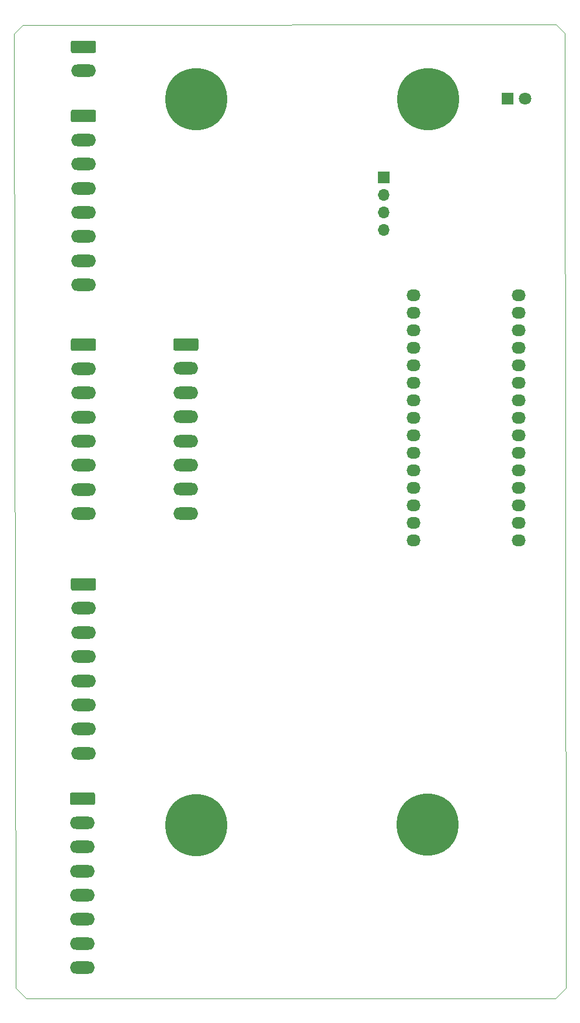
<source format=gbr>
G04 #@! TF.GenerationSoftware,KiCad,Pcbnew,(6.0.0-rc1-dev-347-gd8782b751)*
G04 #@! TF.CreationDate,2019-11-16T23:30:42+01:00*
G04 #@! TF.ProjectId,nano,6E616E6F2E6B696361645F7063620000,rev?*
G04 #@! TF.SameCoordinates,Original*
G04 #@! TF.FileFunction,Soldermask,Top*
G04 #@! TF.FilePolarity,Negative*
%FSLAX46Y46*%
G04 Gerber Fmt 4.6, Leading zero omitted, Abs format (unit mm)*
G04 Created by KiCad (PCBNEW (6.0.0-rc1-dev-347-gd8782b751)) date 11/16/19 23:30:42*
%MOMM*%
%LPD*%
G01*
G04 APERTURE LIST*
%ADD10C,0.100000*%
%ADD11C,1.800000*%
%ADD12R,1.800000X1.800000*%
%ADD13O,1.700000X1.700000*%
%ADD14R,1.700000X1.700000*%
%ADD15O,3.600000X1.800000*%
%ADD16C,9.000000*%
%ADD17O,2.032000X1.727200*%
G04 APERTURE END LIST*
D10*
X-34417000Y-79248000D02*
X-35941000Y-77724000D01*
X-34925000Y61976000D02*
X-36195000Y60706000D01*
X43815000Y-77724000D02*
X42291000Y-79248000D01*
X43624500Y60769500D02*
X42354500Y62039500D01*
X-6982115Y-54041384D02*
G75*
G03X-6982115Y-54041384I-2796885J0D01*
G01*
X26479500Y-54038500D02*
G75*
G03X26479500Y-54038500I-2794000J0D01*
G01*
X-7036978Y51105979D02*
G75*
G03X-7036978Y51105979I-2805522J0D01*
G01*
X26301668Y51104832D02*
G75*
G03X26301668Y51104832I-2552668J0D01*
G01*
X-35941000Y-77724000D02*
X-36195000Y60706000D01*
X42291000Y-79248000D02*
X-34417000Y-79248000D01*
X43624500Y60769500D02*
X43815000Y-77724000D01*
X-34925000Y61976000D02*
X42354500Y62039500D01*
D11*
G04 #@! TO.C,D1*
X37846000Y51308000D03*
D12*
X35306000Y51308000D03*
G04 #@! TD*
D13*
G04 #@! TO.C,Serial_conn1*
X17399000Y32258000D03*
X17399000Y34798000D03*
X17399000Y37338000D03*
D14*
X17399000Y39878000D03*
G04 #@! TD*
D15*
G04 #@! TO.C,SIGNAL_SOCKET1*
X-26289000Y-74792000D03*
X-26289000Y-71292000D03*
X-26289000Y-67792000D03*
X-26289000Y-64292000D03*
X-26289000Y-60792000D03*
X-26289000Y-57292000D03*
X-26289000Y-53792000D03*
D10*
G36*
X-24714496Y-49393204D02*
X-24690227Y-49396804D01*
X-24666429Y-49402765D01*
X-24643329Y-49411030D01*
X-24621151Y-49421520D01*
X-24600107Y-49434133D01*
X-24580402Y-49448747D01*
X-24562223Y-49465223D01*
X-24545747Y-49483402D01*
X-24531133Y-49503107D01*
X-24518520Y-49524151D01*
X-24508030Y-49546329D01*
X-24499765Y-49569429D01*
X-24493804Y-49593227D01*
X-24490204Y-49617496D01*
X-24489000Y-49642000D01*
X-24489000Y-50942000D01*
X-24490204Y-50966504D01*
X-24493804Y-50990773D01*
X-24499765Y-51014571D01*
X-24508030Y-51037671D01*
X-24518520Y-51059849D01*
X-24531133Y-51080893D01*
X-24545747Y-51100598D01*
X-24562223Y-51118777D01*
X-24580402Y-51135253D01*
X-24600107Y-51149867D01*
X-24621151Y-51162480D01*
X-24643329Y-51172970D01*
X-24666429Y-51181235D01*
X-24690227Y-51187196D01*
X-24714496Y-51190796D01*
X-24739000Y-51192000D01*
X-27839000Y-51192000D01*
X-27863504Y-51190796D01*
X-27887773Y-51187196D01*
X-27911571Y-51181235D01*
X-27934671Y-51172970D01*
X-27956849Y-51162480D01*
X-27977893Y-51149867D01*
X-27997598Y-51135253D01*
X-28015777Y-51118777D01*
X-28032253Y-51100598D01*
X-28046867Y-51080893D01*
X-28059480Y-51059849D01*
X-28069970Y-51037671D01*
X-28078235Y-51014571D01*
X-28084196Y-50990773D01*
X-28087796Y-50966504D01*
X-28089000Y-50942000D01*
X-28089000Y-49642000D01*
X-28087796Y-49617496D01*
X-28084196Y-49593227D01*
X-28078235Y-49569429D01*
X-28069970Y-49546329D01*
X-28059480Y-49524151D01*
X-28046867Y-49503107D01*
X-28032253Y-49483402D01*
X-28015777Y-49465223D01*
X-27997598Y-49448747D01*
X-27977893Y-49434133D01*
X-27956849Y-49421520D01*
X-27934671Y-49411030D01*
X-27911571Y-49402765D01*
X-27887773Y-49396804D01*
X-27863504Y-49393204D01*
X-27839000Y-49392000D01*
X-24739000Y-49392000D01*
X-24714496Y-49393204D01*
X-24714496Y-49393204D01*
G37*
D11*
X-26289000Y-50292000D03*
G04 #@! TD*
D15*
G04 #@! TO.C,Z_PLUG_SOCKET1*
X-26162000Y-43677000D03*
X-26162000Y-40177000D03*
X-26162000Y-36677000D03*
X-26162000Y-33177000D03*
X-26162000Y-29677000D03*
X-26162000Y-26177000D03*
X-26162000Y-22677000D03*
D10*
G36*
X-24587496Y-18278204D02*
X-24563227Y-18281804D01*
X-24539429Y-18287765D01*
X-24516329Y-18296030D01*
X-24494151Y-18306520D01*
X-24473107Y-18319133D01*
X-24453402Y-18333747D01*
X-24435223Y-18350223D01*
X-24418747Y-18368402D01*
X-24404133Y-18388107D01*
X-24391520Y-18409151D01*
X-24381030Y-18431329D01*
X-24372765Y-18454429D01*
X-24366804Y-18478227D01*
X-24363204Y-18502496D01*
X-24362000Y-18527000D01*
X-24362000Y-19827000D01*
X-24363204Y-19851504D01*
X-24366804Y-19875773D01*
X-24372765Y-19899571D01*
X-24381030Y-19922671D01*
X-24391520Y-19944849D01*
X-24404133Y-19965893D01*
X-24418747Y-19985598D01*
X-24435223Y-20003777D01*
X-24453402Y-20020253D01*
X-24473107Y-20034867D01*
X-24494151Y-20047480D01*
X-24516329Y-20057970D01*
X-24539429Y-20066235D01*
X-24563227Y-20072196D01*
X-24587496Y-20075796D01*
X-24612000Y-20077000D01*
X-27712000Y-20077000D01*
X-27736504Y-20075796D01*
X-27760773Y-20072196D01*
X-27784571Y-20066235D01*
X-27807671Y-20057970D01*
X-27829849Y-20047480D01*
X-27850893Y-20034867D01*
X-27870598Y-20020253D01*
X-27888777Y-20003777D01*
X-27905253Y-19985598D01*
X-27919867Y-19965893D01*
X-27932480Y-19944849D01*
X-27942970Y-19922671D01*
X-27951235Y-19899571D01*
X-27957196Y-19875773D01*
X-27960796Y-19851504D01*
X-27962000Y-19827000D01*
X-27962000Y-18527000D01*
X-27960796Y-18502496D01*
X-27957196Y-18478227D01*
X-27951235Y-18454429D01*
X-27942970Y-18431329D01*
X-27932480Y-18409151D01*
X-27919867Y-18388107D01*
X-27905253Y-18368402D01*
X-27888777Y-18350223D01*
X-27870598Y-18333747D01*
X-27850893Y-18319133D01*
X-27829849Y-18306520D01*
X-27807671Y-18296030D01*
X-27784571Y-18287765D01*
X-27760773Y-18281804D01*
X-27736504Y-18278204D01*
X-27712000Y-18277000D01*
X-24612000Y-18277000D01*
X-24587496Y-18278204D01*
X-24587496Y-18278204D01*
G37*
D11*
X-26162000Y-19177000D03*
G04 #@! TD*
D15*
G04 #@! TO.C,PWR_IN1*
X-26162000Y55301000D03*
D10*
G36*
X-24587496Y59699796D02*
X-24563227Y59696196D01*
X-24539429Y59690235D01*
X-24516329Y59681970D01*
X-24494151Y59671480D01*
X-24473107Y59658867D01*
X-24453402Y59644253D01*
X-24435223Y59627777D01*
X-24418747Y59609598D01*
X-24404133Y59589893D01*
X-24391520Y59568849D01*
X-24381030Y59546671D01*
X-24372765Y59523571D01*
X-24366804Y59499773D01*
X-24363204Y59475504D01*
X-24362000Y59451000D01*
X-24362000Y58151000D01*
X-24363204Y58126496D01*
X-24366804Y58102227D01*
X-24372765Y58078429D01*
X-24381030Y58055329D01*
X-24391520Y58033151D01*
X-24404133Y58012107D01*
X-24418747Y57992402D01*
X-24435223Y57974223D01*
X-24453402Y57957747D01*
X-24473107Y57943133D01*
X-24494151Y57930520D01*
X-24516329Y57920030D01*
X-24539429Y57911765D01*
X-24563227Y57905804D01*
X-24587496Y57902204D01*
X-24612000Y57901000D01*
X-27712000Y57901000D01*
X-27736504Y57902204D01*
X-27760773Y57905804D01*
X-27784571Y57911765D01*
X-27807671Y57920030D01*
X-27829849Y57930520D01*
X-27850893Y57943133D01*
X-27870598Y57957747D01*
X-27888777Y57974223D01*
X-27905253Y57992402D01*
X-27919867Y58012107D01*
X-27932480Y58033151D01*
X-27942970Y58055329D01*
X-27951235Y58078429D01*
X-27957196Y58102227D01*
X-27960796Y58126496D01*
X-27962000Y58151000D01*
X-27962000Y59451000D01*
X-27960796Y59475504D01*
X-27957196Y59499773D01*
X-27951235Y59523571D01*
X-27942970Y59546671D01*
X-27932480Y59568849D01*
X-27919867Y59589893D01*
X-27905253Y59609598D01*
X-27888777Y59627777D01*
X-27870598Y59644253D01*
X-27850893Y59658867D01*
X-27829849Y59671480D01*
X-27807671Y59681970D01*
X-27784571Y59690235D01*
X-27760773Y59696196D01*
X-27736504Y59699796D01*
X-27712000Y59701000D01*
X-24612000Y59701000D01*
X-24587496Y59699796D01*
X-24587496Y59699796D01*
G37*
D11*
X-26162000Y58801000D03*
G04 #@! TD*
D15*
G04 #@! TO.C,Y2_PLUG_SOCKET1*
X-11303000Y-8879000D03*
X-11303000Y-5379000D03*
X-11303000Y-1879000D03*
X-11303000Y1621000D03*
X-11303000Y5121000D03*
X-11303000Y8621000D03*
X-11303000Y12121000D03*
D10*
G36*
X-9728496Y16519796D02*
X-9704227Y16516196D01*
X-9680429Y16510235D01*
X-9657329Y16501970D01*
X-9635151Y16491480D01*
X-9614107Y16478867D01*
X-9594402Y16464253D01*
X-9576223Y16447777D01*
X-9559747Y16429598D01*
X-9545133Y16409893D01*
X-9532520Y16388849D01*
X-9522030Y16366671D01*
X-9513765Y16343571D01*
X-9507804Y16319773D01*
X-9504204Y16295504D01*
X-9503000Y16271000D01*
X-9503000Y14971000D01*
X-9504204Y14946496D01*
X-9507804Y14922227D01*
X-9513765Y14898429D01*
X-9522030Y14875329D01*
X-9532520Y14853151D01*
X-9545133Y14832107D01*
X-9559747Y14812402D01*
X-9576223Y14794223D01*
X-9594402Y14777747D01*
X-9614107Y14763133D01*
X-9635151Y14750520D01*
X-9657329Y14740030D01*
X-9680429Y14731765D01*
X-9704227Y14725804D01*
X-9728496Y14722204D01*
X-9753000Y14721000D01*
X-12853000Y14721000D01*
X-12877504Y14722204D01*
X-12901773Y14725804D01*
X-12925571Y14731765D01*
X-12948671Y14740030D01*
X-12970849Y14750520D01*
X-12991893Y14763133D01*
X-13011598Y14777747D01*
X-13029777Y14794223D01*
X-13046253Y14812402D01*
X-13060867Y14832107D01*
X-13073480Y14853151D01*
X-13083970Y14875329D01*
X-13092235Y14898429D01*
X-13098196Y14922227D01*
X-13101796Y14946496D01*
X-13103000Y14971000D01*
X-13103000Y16271000D01*
X-13101796Y16295504D01*
X-13098196Y16319773D01*
X-13092235Y16343571D01*
X-13083970Y16366671D01*
X-13073480Y16388849D01*
X-13060867Y16409893D01*
X-13046253Y16429598D01*
X-13029777Y16447777D01*
X-13011598Y16464253D01*
X-12991893Y16478867D01*
X-12970849Y16491480D01*
X-12948671Y16501970D01*
X-12925571Y16510235D01*
X-12901773Y16516196D01*
X-12877504Y16519796D01*
X-12853000Y16521000D01*
X-9753000Y16521000D01*
X-9728496Y16519796D01*
X-9728496Y16519796D01*
G37*
D11*
X-11303000Y15621000D03*
G04 #@! TD*
D15*
G04 #@! TO.C,Y1_PLUG_SOCKET1*
X-26162000Y-8930278D03*
X-26162000Y-5430278D03*
X-26162000Y-1930278D03*
X-26162000Y1569722D03*
X-26162000Y5069722D03*
X-26162000Y8569722D03*
X-26162000Y12069722D03*
D10*
G36*
X-24587496Y16468518D02*
X-24563227Y16464918D01*
X-24539429Y16458957D01*
X-24516329Y16450692D01*
X-24494151Y16440202D01*
X-24473107Y16427589D01*
X-24453402Y16412975D01*
X-24435223Y16396499D01*
X-24418747Y16378320D01*
X-24404133Y16358615D01*
X-24391520Y16337571D01*
X-24381030Y16315393D01*
X-24372765Y16292293D01*
X-24366804Y16268495D01*
X-24363204Y16244226D01*
X-24362000Y16219722D01*
X-24362000Y14919722D01*
X-24363204Y14895218D01*
X-24366804Y14870949D01*
X-24372765Y14847151D01*
X-24381030Y14824051D01*
X-24391520Y14801873D01*
X-24404133Y14780829D01*
X-24418747Y14761124D01*
X-24435223Y14742945D01*
X-24453402Y14726469D01*
X-24473107Y14711855D01*
X-24494151Y14699242D01*
X-24516329Y14688752D01*
X-24539429Y14680487D01*
X-24563227Y14674526D01*
X-24587496Y14670926D01*
X-24612000Y14669722D01*
X-27712000Y14669722D01*
X-27736504Y14670926D01*
X-27760773Y14674526D01*
X-27784571Y14680487D01*
X-27807671Y14688752D01*
X-27829849Y14699242D01*
X-27850893Y14711855D01*
X-27870598Y14726469D01*
X-27888777Y14742945D01*
X-27905253Y14761124D01*
X-27919867Y14780829D01*
X-27932480Y14801873D01*
X-27942970Y14824051D01*
X-27951235Y14847151D01*
X-27957196Y14870949D01*
X-27960796Y14895218D01*
X-27962000Y14919722D01*
X-27962000Y16219722D01*
X-27960796Y16244226D01*
X-27957196Y16268495D01*
X-27951235Y16292293D01*
X-27942970Y16315393D01*
X-27932480Y16337571D01*
X-27919867Y16358615D01*
X-27905253Y16378320D01*
X-27888777Y16396499D01*
X-27870598Y16412975D01*
X-27850893Y16427589D01*
X-27829849Y16440202D01*
X-27807671Y16450692D01*
X-27784571Y16458957D01*
X-27760773Y16464918D01*
X-27736504Y16468518D01*
X-27712000Y16469722D01*
X-24612000Y16469722D01*
X-24587496Y16468518D01*
X-24587496Y16468518D01*
G37*
D11*
X-26162000Y15569722D03*
G04 #@! TD*
D15*
G04 #@! TO.C,X_PLUG_SOCKET1*
X-26162000Y24268000D03*
X-26162000Y27768000D03*
X-26162000Y31268000D03*
X-26162000Y34768000D03*
X-26162000Y38268000D03*
X-26162000Y41768000D03*
X-26162000Y45268000D03*
D10*
G36*
X-24587496Y49666796D02*
X-24563227Y49663196D01*
X-24539429Y49657235D01*
X-24516329Y49648970D01*
X-24494151Y49638480D01*
X-24473107Y49625867D01*
X-24453402Y49611253D01*
X-24435223Y49594777D01*
X-24418747Y49576598D01*
X-24404133Y49556893D01*
X-24391520Y49535849D01*
X-24381030Y49513671D01*
X-24372765Y49490571D01*
X-24366804Y49466773D01*
X-24363204Y49442504D01*
X-24362000Y49418000D01*
X-24362000Y48118000D01*
X-24363204Y48093496D01*
X-24366804Y48069227D01*
X-24372765Y48045429D01*
X-24381030Y48022329D01*
X-24391520Y48000151D01*
X-24404133Y47979107D01*
X-24418747Y47959402D01*
X-24435223Y47941223D01*
X-24453402Y47924747D01*
X-24473107Y47910133D01*
X-24494151Y47897520D01*
X-24516329Y47887030D01*
X-24539429Y47878765D01*
X-24563227Y47872804D01*
X-24587496Y47869204D01*
X-24612000Y47868000D01*
X-27712000Y47868000D01*
X-27736504Y47869204D01*
X-27760773Y47872804D01*
X-27784571Y47878765D01*
X-27807671Y47887030D01*
X-27829849Y47897520D01*
X-27850893Y47910133D01*
X-27870598Y47924747D01*
X-27888777Y47941223D01*
X-27905253Y47959402D01*
X-27919867Y47979107D01*
X-27932480Y48000151D01*
X-27942970Y48022329D01*
X-27951235Y48045429D01*
X-27957196Y48069227D01*
X-27960796Y48093496D01*
X-27962000Y48118000D01*
X-27962000Y49418000D01*
X-27960796Y49442504D01*
X-27957196Y49466773D01*
X-27951235Y49490571D01*
X-27942970Y49513671D01*
X-27932480Y49535849D01*
X-27919867Y49556893D01*
X-27905253Y49576598D01*
X-27888777Y49594777D01*
X-27870598Y49611253D01*
X-27850893Y49625867D01*
X-27829849Y49638480D01*
X-27807671Y49648970D01*
X-27784571Y49657235D01*
X-27760773Y49663196D01*
X-27736504Y49666796D01*
X-27712000Y49668000D01*
X-24612000Y49668000D01*
X-24587496Y49666796D01*
X-24587496Y49666796D01*
G37*
D11*
X-26162000Y48768000D03*
G04 #@! TD*
D16*
G04 #@! TO.C,MH4*
X-9842500Y-54102000D03*
G04 #@! TD*
G04 #@! TO.C,MH3*
X23749000Y-54038500D03*
G04 #@! TD*
G04 #@! TO.C,MH2*
X-9779000Y51181000D03*
G04 #@! TD*
G04 #@! TO.C,MH1*
X23812500Y51181000D03*
G04 #@! TD*
D17*
G04 #@! TO.C,P1*
X21717000Y22733000D03*
X21717000Y20193000D03*
X21717000Y17653000D03*
X21717000Y15113000D03*
X21717000Y12573000D03*
X21717000Y10033000D03*
X21717000Y7493000D03*
X21717000Y4953000D03*
X21717000Y2413000D03*
X21717000Y-127000D03*
X21717000Y-2667000D03*
X21717000Y-5207000D03*
X21717000Y-7747000D03*
X21717000Y-10287000D03*
X21717000Y-12827000D03*
G04 #@! TD*
G04 #@! TO.C,P2*
X36957000Y22733000D03*
X36957000Y20193000D03*
X36957000Y17653000D03*
X36957000Y15113000D03*
X36957000Y12573000D03*
X36957000Y10033000D03*
X36957000Y7493000D03*
X36957000Y4953000D03*
X36957000Y2413000D03*
X36957000Y-127000D03*
X36957000Y-2667000D03*
X36957000Y-5207000D03*
X36957000Y-7747000D03*
X36957000Y-10287000D03*
X36957000Y-12827000D03*
G04 #@! TD*
M02*

</source>
